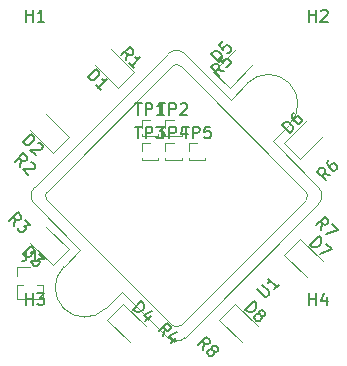
<source format=gbr>
%TF.GenerationSoftware,KiCad,Pcbnew,(5.1.6)-1*%
%TF.CreationDate,2021-01-25T18:01:45+00:00*%
%TF.ProjectId,Illum,496c6c75-6d2e-46b6-9963-61645f706362,rev?*%
%TF.SameCoordinates,Original*%
%TF.FileFunction,Legend,Top*%
%TF.FilePolarity,Positive*%
%FSLAX46Y46*%
G04 Gerber Fmt 4.6, Leading zero omitted, Abs format (unit mm)*
G04 Created by KiCad (PCBNEW (5.1.6)-1) date 2021-01-25 18:01:45*
%MOMM*%
%LPD*%
G01*
G04 APERTURE LIST*
%ADD10C,0.120000*%
%ADD11C,0.150000*%
G04 APERTURE END LIST*
D10*
%TO.C,TP5*%
X115055000Y-102935000D02*
X116445000Y-102935000D01*
X115055000Y-102935000D02*
X115055000Y-102810000D01*
X116445000Y-102935000D02*
X116445000Y-102810000D01*
X115055000Y-102935000D02*
X115141724Y-102935000D01*
X116358276Y-102935000D02*
X116445000Y-102935000D01*
X115055000Y-102250000D02*
X115055000Y-101565000D01*
X115055000Y-101565000D02*
X115750000Y-101565000D01*
%TO.C,TP4*%
X113055000Y-102935000D02*
X114445000Y-102935000D01*
X113055000Y-102935000D02*
X113055000Y-102810000D01*
X114445000Y-102935000D02*
X114445000Y-102810000D01*
X113055000Y-102935000D02*
X113141724Y-102935000D01*
X114358276Y-102935000D02*
X114445000Y-102935000D01*
X113055000Y-102250000D02*
X113055000Y-101565000D01*
X113055000Y-101565000D02*
X113750000Y-101565000D01*
%TO.C,TP3*%
X111055000Y-102935000D02*
X112445000Y-102935000D01*
X111055000Y-102935000D02*
X111055000Y-102810000D01*
X112445000Y-102935000D02*
X112445000Y-102810000D01*
X111055000Y-102935000D02*
X111141724Y-102935000D01*
X112358276Y-102935000D02*
X112445000Y-102935000D01*
X111055000Y-102250000D02*
X111055000Y-101565000D01*
X111055000Y-101565000D02*
X111750000Y-101565000D01*
%TO.C,TP2*%
X113055000Y-100935000D02*
X114445000Y-100935000D01*
X113055000Y-100935000D02*
X113055000Y-100810000D01*
X114445000Y-100935000D02*
X114445000Y-100810000D01*
X113055000Y-100935000D02*
X113141724Y-100935000D01*
X114358276Y-100935000D02*
X114445000Y-100935000D01*
X113055000Y-100250000D02*
X113055000Y-99565000D01*
X113055000Y-99565000D02*
X113750000Y-99565000D01*
%TO.C,TP1*%
X111055000Y-100935000D02*
X112445000Y-100935000D01*
X111055000Y-100935000D02*
X111055000Y-100810000D01*
X112445000Y-100935000D02*
X112445000Y-100810000D01*
X111055000Y-100935000D02*
X111141724Y-100935000D01*
X112358276Y-100935000D02*
X112445000Y-100935000D01*
X111055000Y-100250000D02*
X111055000Y-99565000D01*
X111055000Y-99565000D02*
X111750000Y-99565000D01*
%TO.C,J1*%
X100490000Y-114765000D02*
X101292470Y-114765000D01*
X101907530Y-114765000D02*
X102710000Y-114765000D01*
X100490000Y-113560000D02*
X100490000Y-114765000D01*
X102710000Y-113560000D02*
X102710000Y-114765000D01*
X100490000Y-113560000D02*
X101036529Y-113560000D01*
X102163471Y-113560000D02*
X102710000Y-113560000D01*
X100490000Y-112800000D02*
X100490000Y-112040000D01*
X100490000Y-112040000D02*
X101600000Y-112040000D01*
%TO.C,D8*%
X120885929Y-117028284D02*
X118987348Y-115129703D01*
X118987348Y-115129703D02*
X117629703Y-116487348D01*
X117629703Y-116487348D02*
X119528284Y-118385929D01*
%TO.C,D7*%
X126385929Y-111528284D02*
X124487348Y-109629703D01*
X124487348Y-109629703D02*
X123129703Y-110987348D01*
X123129703Y-110987348D02*
X125028284Y-112885929D01*
%TO.C,D6*%
X125028284Y-99614071D02*
X123129703Y-101512652D01*
X123129703Y-101512652D02*
X124487348Y-102870297D01*
X124487348Y-102870297D02*
X126385929Y-100971716D01*
%TO.C,D5*%
X119028284Y-93614071D02*
X117129703Y-95512652D01*
X117129703Y-95512652D02*
X118487348Y-96870297D01*
X118487348Y-96870297D02*
X120385929Y-94971716D01*
%TO.C,D4*%
X111385929Y-117028284D02*
X109487348Y-115129703D01*
X109487348Y-115129703D02*
X108129703Y-116487348D01*
X108129703Y-116487348D02*
X110028284Y-118385929D01*
%TO.C,D3*%
X101614071Y-109971716D02*
X103512652Y-111870297D01*
X103512652Y-111870297D02*
X104870297Y-110512652D01*
X104870297Y-110512652D02*
X102971716Y-108614071D01*
%TO.C,D2*%
X101614071Y-100471716D02*
X103512652Y-102370297D01*
X103512652Y-102370297D02*
X104870297Y-101012652D01*
X104870297Y-101012652D02*
X102971716Y-99114071D01*
%TO.C,D1*%
X107114071Y-94971716D02*
X109012652Y-96870297D01*
X109012652Y-96870297D02*
X110370297Y-95512652D01*
X110370297Y-95512652D02*
X108471716Y-93614071D01*
%TO.C,U1*%
X104454058Y-112010408D02*
X105868272Y-110596194D01*
X109403806Y-114131728D02*
X107989592Y-115545942D01*
X101979185Y-106707107D02*
X105868272Y-110596194D01*
X109403806Y-114131728D02*
X113292893Y-118020815D01*
X122131728Y-101403806D02*
X126020815Y-105292893D01*
X123545942Y-99989592D02*
X122131728Y-101403806D01*
X118596194Y-97868272D02*
X120010408Y-96454058D01*
X126020815Y-106707107D02*
X114707107Y-118020815D01*
X114707107Y-93979185D02*
X118596194Y-97868272D01*
X101979185Y-105292893D02*
X113292893Y-93979185D01*
X124960155Y-106353553D02*
X114353553Y-116960155D01*
X114353553Y-95039845D02*
X124960155Y-105646447D01*
X103039845Y-105646447D02*
X113646447Y-95039845D01*
X113646447Y-116960155D02*
X103039845Y-106353553D01*
X107989592Y-115545942D02*
G75*
G02*
X104454058Y-112010408I-1767767J1767767D01*
G01*
X120010408Y-96454058D02*
G75*
G02*
X123545942Y-99989592I1767767J-1767767D01*
G01*
X114707107Y-118020815D02*
G75*
G02*
X113292893Y-118020815I-707107J707107D01*
G01*
X114353553Y-116960155D02*
G75*
G02*
X113646447Y-116960155I-353553J353553D01*
G01*
X126020815Y-105292893D02*
G75*
G02*
X126020815Y-106707107I-707107J-707107D01*
G01*
X124960155Y-105646447D02*
G75*
G02*
X124960155Y-106353553I-353553J-353553D01*
G01*
X113292893Y-93979185D02*
G75*
G02*
X114707107Y-93979185I707107J-707107D01*
G01*
X113646447Y-95039845D02*
G75*
G02*
X114353553Y-95039845I353553J-353553D01*
G01*
X103039845Y-106353553D02*
G75*
G02*
X103039845Y-105646447I353553J353553D01*
G01*
X101979185Y-106707107D02*
G75*
G02*
X101979185Y-105292893I707107J707107D01*
G01*
%TO.C,TP5*%
D11*
X114488095Y-100142380D02*
X115059523Y-100142380D01*
X114773809Y-101142380D02*
X114773809Y-100142380D01*
X115392857Y-101142380D02*
X115392857Y-100142380D01*
X115773809Y-100142380D01*
X115869047Y-100190000D01*
X115916666Y-100237619D01*
X115964285Y-100332857D01*
X115964285Y-100475714D01*
X115916666Y-100570952D01*
X115869047Y-100618571D01*
X115773809Y-100666190D01*
X115392857Y-100666190D01*
X116869047Y-100142380D02*
X116392857Y-100142380D01*
X116345238Y-100618571D01*
X116392857Y-100570952D01*
X116488095Y-100523333D01*
X116726190Y-100523333D01*
X116821428Y-100570952D01*
X116869047Y-100618571D01*
X116916666Y-100713809D01*
X116916666Y-100951904D01*
X116869047Y-101047142D01*
X116821428Y-101094761D01*
X116726190Y-101142380D01*
X116488095Y-101142380D01*
X116392857Y-101094761D01*
X116345238Y-101047142D01*
%TO.C,TP4*%
X112488095Y-100142380D02*
X113059523Y-100142380D01*
X112773809Y-101142380D02*
X112773809Y-100142380D01*
X113392857Y-101142380D02*
X113392857Y-100142380D01*
X113773809Y-100142380D01*
X113869047Y-100190000D01*
X113916666Y-100237619D01*
X113964285Y-100332857D01*
X113964285Y-100475714D01*
X113916666Y-100570952D01*
X113869047Y-100618571D01*
X113773809Y-100666190D01*
X113392857Y-100666190D01*
X114821428Y-100475714D02*
X114821428Y-101142380D01*
X114583333Y-100094761D02*
X114345238Y-100809047D01*
X114964285Y-100809047D01*
%TO.C,TP3*%
X110488095Y-100142380D02*
X111059523Y-100142380D01*
X110773809Y-101142380D02*
X110773809Y-100142380D01*
X111392857Y-101142380D02*
X111392857Y-100142380D01*
X111773809Y-100142380D01*
X111869047Y-100190000D01*
X111916666Y-100237619D01*
X111964285Y-100332857D01*
X111964285Y-100475714D01*
X111916666Y-100570952D01*
X111869047Y-100618571D01*
X111773809Y-100666190D01*
X111392857Y-100666190D01*
X112297619Y-100142380D02*
X112916666Y-100142380D01*
X112583333Y-100523333D01*
X112726190Y-100523333D01*
X112821428Y-100570952D01*
X112869047Y-100618571D01*
X112916666Y-100713809D01*
X112916666Y-100951904D01*
X112869047Y-101047142D01*
X112821428Y-101094761D01*
X112726190Y-101142380D01*
X112440476Y-101142380D01*
X112345238Y-101094761D01*
X112297619Y-101047142D01*
%TO.C,TP2*%
X112488095Y-98142380D02*
X113059523Y-98142380D01*
X112773809Y-99142380D02*
X112773809Y-98142380D01*
X113392857Y-99142380D02*
X113392857Y-98142380D01*
X113773809Y-98142380D01*
X113869047Y-98190000D01*
X113916666Y-98237619D01*
X113964285Y-98332857D01*
X113964285Y-98475714D01*
X113916666Y-98570952D01*
X113869047Y-98618571D01*
X113773809Y-98666190D01*
X113392857Y-98666190D01*
X114345238Y-98237619D02*
X114392857Y-98190000D01*
X114488095Y-98142380D01*
X114726190Y-98142380D01*
X114821428Y-98190000D01*
X114869047Y-98237619D01*
X114916666Y-98332857D01*
X114916666Y-98428095D01*
X114869047Y-98570952D01*
X114297619Y-99142380D01*
X114916666Y-99142380D01*
%TO.C,TP1*%
X110488095Y-98142380D02*
X111059523Y-98142380D01*
X110773809Y-99142380D02*
X110773809Y-98142380D01*
X111392857Y-99142380D02*
X111392857Y-98142380D01*
X111773809Y-98142380D01*
X111869047Y-98190000D01*
X111916666Y-98237619D01*
X111964285Y-98332857D01*
X111964285Y-98475714D01*
X111916666Y-98570952D01*
X111869047Y-98618571D01*
X111773809Y-98666190D01*
X111392857Y-98666190D01*
X112916666Y-99142380D02*
X112345238Y-99142380D01*
X112630952Y-99142380D02*
X112630952Y-98142380D01*
X112535714Y-98285238D01*
X112440476Y-98380476D01*
X112345238Y-98428095D01*
%TO.C,J1*%
X101266666Y-110557380D02*
X101266666Y-111271666D01*
X101219047Y-111414523D01*
X101123809Y-111509761D01*
X100980952Y-111557380D01*
X100885714Y-111557380D01*
X102266666Y-111557380D02*
X101695238Y-111557380D01*
X101980952Y-111557380D02*
X101980952Y-110557380D01*
X101885714Y-110700238D01*
X101790476Y-110795476D01*
X101695238Y-110843095D01*
%TO.C,R8*%
X116234952Y-119029345D02*
X116335967Y-118456925D01*
X115830891Y-118625284D02*
X116537997Y-117918177D01*
X116807372Y-118187551D01*
X116841043Y-118288566D01*
X116841043Y-118355910D01*
X116807372Y-118456925D01*
X116706356Y-118557940D01*
X116605341Y-118591612D01*
X116537997Y-118591612D01*
X116436982Y-118557940D01*
X116167608Y-118288566D01*
X117043074Y-119029345D02*
X117009402Y-118928330D01*
X117009402Y-118860986D01*
X117043074Y-118759971D01*
X117076746Y-118726299D01*
X117177761Y-118692627D01*
X117245104Y-118692627D01*
X117346120Y-118726299D01*
X117480807Y-118860986D01*
X117514478Y-118962002D01*
X117514478Y-119029345D01*
X117480807Y-119130360D01*
X117447135Y-119164032D01*
X117346120Y-119197704D01*
X117278776Y-119197704D01*
X117177761Y-119164032D01*
X117043074Y-119029345D01*
X116942059Y-118995673D01*
X116874715Y-118995673D01*
X116773700Y-119029345D01*
X116639013Y-119164032D01*
X116605341Y-119265047D01*
X116605341Y-119332391D01*
X116639013Y-119433406D01*
X116773700Y-119568093D01*
X116874715Y-119601765D01*
X116942059Y-119601765D01*
X117043074Y-119568093D01*
X117177761Y-119433406D01*
X117211433Y-119332391D01*
X117211433Y-119265047D01*
X117177761Y-119164032D01*
%TO.C,R7*%
X126232529Y-108874715D02*
X126333544Y-108302295D01*
X125828468Y-108470654D02*
X126535574Y-107763547D01*
X126804949Y-108032921D01*
X126838620Y-108133936D01*
X126838620Y-108201280D01*
X126804949Y-108302295D01*
X126703933Y-108403310D01*
X126602918Y-108436982D01*
X126535574Y-108436982D01*
X126434559Y-108403310D01*
X126165185Y-108133936D01*
X127175338Y-108403310D02*
X127646742Y-108874715D01*
X126636590Y-109278776D01*
%TO.C,D8*%
X119824932Y-115631243D02*
X120532038Y-114924136D01*
X120700397Y-115092495D01*
X120767741Y-115227182D01*
X120767741Y-115361869D01*
X120734069Y-115462884D01*
X120633054Y-115631243D01*
X120532038Y-115732258D01*
X120363680Y-115833274D01*
X120262664Y-115866945D01*
X120127977Y-115866945D01*
X119993290Y-115799602D01*
X119824932Y-115631243D01*
X121037115Y-116035304D02*
X121003443Y-115934289D01*
X121003443Y-115866945D01*
X121037115Y-115765930D01*
X121070787Y-115732258D01*
X121171802Y-115698586D01*
X121239145Y-115698586D01*
X121340161Y-115732258D01*
X121474848Y-115866945D01*
X121508519Y-115967961D01*
X121508519Y-116035304D01*
X121474848Y-116136319D01*
X121441176Y-116169991D01*
X121340161Y-116203663D01*
X121272817Y-116203663D01*
X121171802Y-116169991D01*
X121037115Y-116035304D01*
X120936100Y-116001632D01*
X120868756Y-116001632D01*
X120767741Y-116035304D01*
X120633054Y-116169991D01*
X120599382Y-116271006D01*
X120599382Y-116338350D01*
X120633054Y-116439365D01*
X120767741Y-116574052D01*
X120868756Y-116607724D01*
X120936100Y-116607724D01*
X121037115Y-116574052D01*
X121171802Y-116439365D01*
X121205474Y-116338350D01*
X121205474Y-116271006D01*
X121171802Y-116169991D01*
%TO.C,D7*%
X125324932Y-110131243D02*
X126032038Y-109424136D01*
X126200397Y-109592495D01*
X126267741Y-109727182D01*
X126267741Y-109861869D01*
X126234069Y-109962884D01*
X126133054Y-110131243D01*
X126032038Y-110232258D01*
X125863680Y-110333274D01*
X125762664Y-110366945D01*
X125627977Y-110366945D01*
X125493290Y-110299602D01*
X125324932Y-110131243D01*
X126671802Y-110063899D02*
X127143206Y-110535304D01*
X126133054Y-110939365D01*
%TO.C,D6*%
X123631243Y-100675067D02*
X122924136Y-99967961D01*
X123092495Y-99799602D01*
X123227182Y-99732258D01*
X123361869Y-99732258D01*
X123462884Y-99765930D01*
X123631243Y-99866945D01*
X123732258Y-99967961D01*
X123833274Y-100136319D01*
X123866945Y-100237335D01*
X123866945Y-100372022D01*
X123799602Y-100506709D01*
X123631243Y-100675067D01*
X123934289Y-98957808D02*
X123799602Y-99092495D01*
X123765930Y-99193510D01*
X123765930Y-99260854D01*
X123799602Y-99429212D01*
X123900617Y-99597571D01*
X124169991Y-99866945D01*
X124271006Y-99900617D01*
X124338350Y-99900617D01*
X124439365Y-99866945D01*
X124574052Y-99732258D01*
X124607724Y-99631243D01*
X124607724Y-99563899D01*
X124574052Y-99462884D01*
X124405693Y-99294525D01*
X124304678Y-99260854D01*
X124237335Y-99260854D01*
X124136319Y-99294525D01*
X124001632Y-99429212D01*
X123967961Y-99530228D01*
X123967961Y-99597571D01*
X124001632Y-99698586D01*
%TO.C,D5*%
X117631243Y-94675067D02*
X116924136Y-93967961D01*
X117092495Y-93799602D01*
X117227182Y-93732258D01*
X117361869Y-93732258D01*
X117462884Y-93765930D01*
X117631243Y-93866945D01*
X117732258Y-93967961D01*
X117833274Y-94136319D01*
X117866945Y-94237335D01*
X117866945Y-94372022D01*
X117799602Y-94506709D01*
X117631243Y-94675067D01*
X117967961Y-92924136D02*
X117631243Y-93260854D01*
X117934289Y-93631243D01*
X117934289Y-93563899D01*
X117967961Y-93462884D01*
X118136319Y-93294525D01*
X118237335Y-93260854D01*
X118304678Y-93260854D01*
X118405693Y-93294525D01*
X118574052Y-93462884D01*
X118607724Y-93563899D01*
X118607724Y-93631243D01*
X118574052Y-93732258D01*
X118405693Y-93900617D01*
X118304678Y-93934289D01*
X118237335Y-93934289D01*
%TO.C,D4*%
X110324932Y-115631243D02*
X111032038Y-114924136D01*
X111200397Y-115092495D01*
X111267741Y-115227182D01*
X111267741Y-115361869D01*
X111234069Y-115462884D01*
X111133054Y-115631243D01*
X111032038Y-115732258D01*
X110863680Y-115833274D01*
X110762664Y-115866945D01*
X110627977Y-115866945D01*
X110493290Y-115799602D01*
X110324932Y-115631243D01*
X111806489Y-116169991D02*
X111335084Y-116641396D01*
X111907504Y-115732258D02*
X111234069Y-116068976D01*
X111671802Y-116506709D01*
%TO.C,D3*%
X100991480Y-110964695D02*
X101698586Y-110257588D01*
X101866945Y-110425947D01*
X101934289Y-110560634D01*
X101934289Y-110695321D01*
X101900617Y-110796336D01*
X101799602Y-110964695D01*
X101698586Y-111065710D01*
X101530228Y-111166726D01*
X101429212Y-111200397D01*
X101294525Y-111200397D01*
X101159838Y-111133054D01*
X100991480Y-110964695D01*
X102338350Y-110897351D02*
X102776083Y-111335084D01*
X102271006Y-111368756D01*
X102372022Y-111469771D01*
X102405693Y-111570787D01*
X102405693Y-111638130D01*
X102372022Y-111739145D01*
X102203663Y-111907504D01*
X102102648Y-111941176D01*
X102035304Y-111941176D01*
X101934289Y-111907504D01*
X101732258Y-111705474D01*
X101698586Y-111604458D01*
X101698586Y-111537115D01*
%TO.C,D2*%
X100991480Y-101464695D02*
X101698586Y-100757588D01*
X101866945Y-100925947D01*
X101934289Y-101060634D01*
X101934289Y-101195321D01*
X101900617Y-101296336D01*
X101799602Y-101464695D01*
X101698586Y-101565710D01*
X101530228Y-101666726D01*
X101429212Y-101700397D01*
X101294525Y-101700397D01*
X101159838Y-101633054D01*
X100991480Y-101464695D01*
X102304678Y-101498367D02*
X102372022Y-101498367D01*
X102473037Y-101532038D01*
X102641396Y-101700397D01*
X102675067Y-101801413D01*
X102675067Y-101868756D01*
X102641396Y-101969771D01*
X102574052Y-102037115D01*
X102439365Y-102104458D01*
X101631243Y-102104458D01*
X102068976Y-102542191D01*
%TO.C,H4*%
X125238095Y-115252380D02*
X125238095Y-114252380D01*
X125238095Y-114728571D02*
X125809523Y-114728571D01*
X125809523Y-115252380D02*
X125809523Y-114252380D01*
X126714285Y-114585714D02*
X126714285Y-115252380D01*
X126476190Y-114204761D02*
X126238095Y-114919047D01*
X126857142Y-114919047D01*
%TO.C,H3*%
X101238095Y-115252380D02*
X101238095Y-114252380D01*
X101238095Y-114728571D02*
X101809523Y-114728571D01*
X101809523Y-115252380D02*
X101809523Y-114252380D01*
X102190476Y-114252380D02*
X102809523Y-114252380D01*
X102476190Y-114633333D01*
X102619047Y-114633333D01*
X102714285Y-114680952D01*
X102761904Y-114728571D01*
X102809523Y-114823809D01*
X102809523Y-115061904D01*
X102761904Y-115157142D01*
X102714285Y-115204761D01*
X102619047Y-115252380D01*
X102333333Y-115252380D01*
X102238095Y-115204761D01*
X102190476Y-115157142D01*
%TO.C,H2*%
X125238095Y-91252380D02*
X125238095Y-90252380D01*
X125238095Y-90728571D02*
X125809523Y-90728571D01*
X125809523Y-91252380D02*
X125809523Y-90252380D01*
X126238095Y-90347619D02*
X126285714Y-90300000D01*
X126380952Y-90252380D01*
X126619047Y-90252380D01*
X126714285Y-90300000D01*
X126761904Y-90347619D01*
X126809523Y-90442857D01*
X126809523Y-90538095D01*
X126761904Y-90680952D01*
X126190476Y-91252380D01*
X126809523Y-91252380D01*
%TO.C,H1*%
X101238095Y-91252380D02*
X101238095Y-90252380D01*
X101238095Y-90728571D02*
X101809523Y-90728571D01*
X101809523Y-91252380D02*
X101809523Y-90252380D01*
X102809523Y-91252380D02*
X102238095Y-91252380D01*
X102523809Y-91252380D02*
X102523809Y-90252380D01*
X102428571Y-90395238D01*
X102333333Y-90490476D01*
X102238095Y-90538095D01*
%TO.C,D1*%
X106491480Y-95964695D02*
X107198586Y-95257588D01*
X107366945Y-95425947D01*
X107434289Y-95560634D01*
X107434289Y-95695321D01*
X107400617Y-95796336D01*
X107299602Y-95964695D01*
X107198586Y-96065710D01*
X107030228Y-96166726D01*
X106929212Y-96200397D01*
X106794525Y-96200397D01*
X106659838Y-96133054D01*
X106491480Y-95964695D01*
X107568976Y-97042191D02*
X107164915Y-96638130D01*
X107366945Y-96840161D02*
X108074052Y-96133054D01*
X107905693Y-96166726D01*
X107771006Y-96166726D01*
X107669991Y-96133054D01*
%TO.C,U1*%
X120852201Y-113929697D02*
X121424621Y-114502117D01*
X121525636Y-114535789D01*
X121592980Y-114535789D01*
X121693995Y-114502117D01*
X121828682Y-114367430D01*
X121862354Y-114266415D01*
X121862354Y-114199071D01*
X121828682Y-114098056D01*
X121256262Y-113525636D01*
X122670476Y-113525636D02*
X122266415Y-113929697D01*
X122468445Y-113727667D02*
X121761339Y-113020560D01*
X121795010Y-113188919D01*
X121795010Y-113323606D01*
X121761339Y-113424621D01*
%TO.C,R6*%
X127029345Y-104265047D02*
X126456925Y-104164032D01*
X126625284Y-104669108D02*
X125918177Y-103962002D01*
X126187551Y-103692627D01*
X126288566Y-103658956D01*
X126355910Y-103658956D01*
X126456925Y-103692627D01*
X126557940Y-103793643D01*
X126591612Y-103894658D01*
X126591612Y-103962002D01*
X126557940Y-104063017D01*
X126288566Y-104332391D01*
X126928330Y-102951849D02*
X126793643Y-103086536D01*
X126759971Y-103187551D01*
X126759971Y-103254895D01*
X126793643Y-103423253D01*
X126894658Y-103591612D01*
X127164032Y-103860986D01*
X127265047Y-103894658D01*
X127332391Y-103894658D01*
X127433406Y-103860986D01*
X127568093Y-103726299D01*
X127601765Y-103625284D01*
X127601765Y-103557940D01*
X127568093Y-103456925D01*
X127399734Y-103288566D01*
X127298719Y-103254895D01*
X127231376Y-103254895D01*
X127130360Y-103288566D01*
X126995673Y-103423253D01*
X126962002Y-103524269D01*
X126962002Y-103591612D01*
X126995673Y-103692627D01*
%TO.C,R5*%
X118029345Y-95422100D02*
X117456925Y-95321085D01*
X117625284Y-95826161D02*
X116918177Y-95119055D01*
X117187551Y-94849680D01*
X117288566Y-94816009D01*
X117355910Y-94816009D01*
X117456925Y-94849680D01*
X117557940Y-94950696D01*
X117591612Y-95051711D01*
X117591612Y-95119055D01*
X117557940Y-95220070D01*
X117288566Y-95489444D01*
X117962002Y-94075230D02*
X117625284Y-94411948D01*
X117928330Y-94782337D01*
X117928330Y-94714993D01*
X117962002Y-94613978D01*
X118130360Y-94445619D01*
X118231376Y-94411948D01*
X118298719Y-94411948D01*
X118399734Y-94445619D01*
X118568093Y-94613978D01*
X118601765Y-94714993D01*
X118601765Y-94782337D01*
X118568093Y-94883352D01*
X118399734Y-95051711D01*
X118298719Y-95085383D01*
X118231376Y-95085383D01*
%TO.C,R4*%
X112889582Y-117874715D02*
X112990597Y-117302295D01*
X112485521Y-117470654D02*
X113192627Y-116763547D01*
X113462002Y-117032921D01*
X113495673Y-117133936D01*
X113495673Y-117201280D01*
X113462002Y-117302295D01*
X113360986Y-117403310D01*
X113259971Y-117436982D01*
X113192627Y-117436982D01*
X113091612Y-117403310D01*
X112822238Y-117133936D01*
X113967078Y-118009402D02*
X113495673Y-118480807D01*
X114068093Y-117571669D02*
X113394658Y-117908387D01*
X113832391Y-118346120D01*
%TO.C,R3*%
X100234952Y-108529345D02*
X100335967Y-107956925D01*
X99830891Y-108125284D02*
X100537997Y-107418177D01*
X100807372Y-107687551D01*
X100841043Y-107788566D01*
X100841043Y-107855910D01*
X100807372Y-107956925D01*
X100706356Y-108057940D01*
X100605341Y-108091612D01*
X100537997Y-108091612D01*
X100436982Y-108057940D01*
X100167608Y-107788566D01*
X101177761Y-108057940D02*
X101615494Y-108495673D01*
X101110417Y-108529345D01*
X101211433Y-108630360D01*
X101245104Y-108731376D01*
X101245104Y-108798719D01*
X101211433Y-108899734D01*
X101043074Y-109068093D01*
X100942059Y-109101765D01*
X100874715Y-109101765D01*
X100773700Y-109068093D01*
X100571669Y-108866063D01*
X100537997Y-108765047D01*
X100537997Y-108697704D01*
%TO.C,R2*%
X100734952Y-103529345D02*
X100835967Y-102956925D01*
X100330891Y-103125284D02*
X101037997Y-102418177D01*
X101307372Y-102687551D01*
X101341043Y-102788566D01*
X101341043Y-102855910D01*
X101307372Y-102956925D01*
X101206356Y-103057940D01*
X101105341Y-103091612D01*
X101037997Y-103091612D01*
X100936982Y-103057940D01*
X100667608Y-102788566D01*
X101644089Y-103158956D02*
X101711433Y-103158956D01*
X101812448Y-103192627D01*
X101980807Y-103360986D01*
X102014478Y-103462002D01*
X102014478Y-103529345D01*
X101980807Y-103630360D01*
X101913463Y-103697704D01*
X101778776Y-103765047D01*
X100970654Y-103765047D01*
X101408387Y-104202780D01*
%TO.C,R1*%
X109734952Y-94529345D02*
X109835967Y-93956925D01*
X109330891Y-94125284D02*
X110037997Y-93418177D01*
X110307372Y-93687551D01*
X110341043Y-93788566D01*
X110341043Y-93855910D01*
X110307372Y-93956925D01*
X110206356Y-94057940D01*
X110105341Y-94091612D01*
X110037997Y-94091612D01*
X109936982Y-94057940D01*
X109667608Y-93788566D01*
X110408387Y-95202780D02*
X110004326Y-94798719D01*
X110206356Y-95000750D02*
X110913463Y-94293643D01*
X110745104Y-94327315D01*
X110610417Y-94327315D01*
X110509402Y-94293643D01*
%TD*%
M02*

</source>
